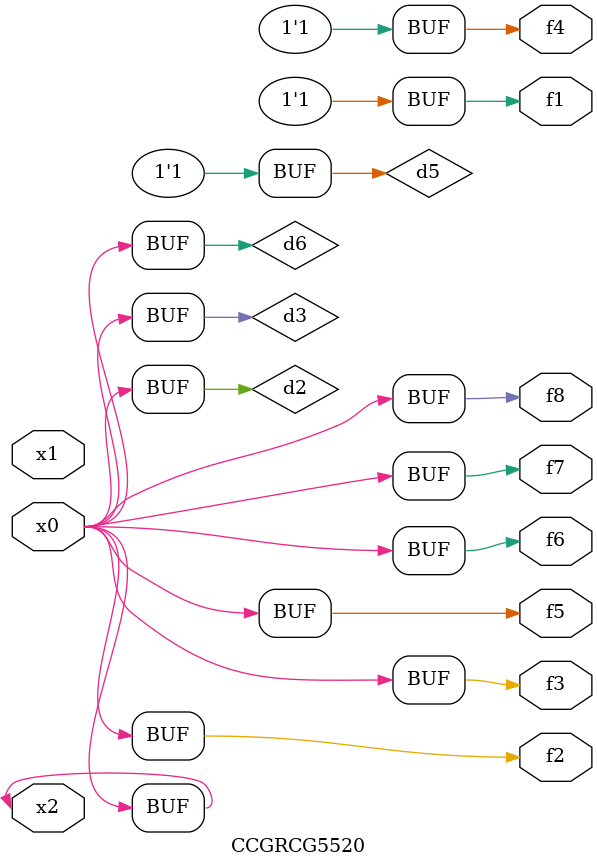
<source format=v>
module CCGRCG5520(
	input x0, x1, x2,
	output f1, f2, f3, f4, f5, f6, f7, f8
);

	wire d1, d2, d3, d4, d5, d6;

	xnor (d1, x2);
	buf (d2, x0, x2);
	and (d3, x0);
	xnor (d4, x1, x2);
	nand (d5, d1, d3);
	buf (d6, d2, d3);
	assign f1 = d5;
	assign f2 = d6;
	assign f3 = d6;
	assign f4 = d5;
	assign f5 = d6;
	assign f6 = d6;
	assign f7 = d6;
	assign f8 = d6;
endmodule

</source>
